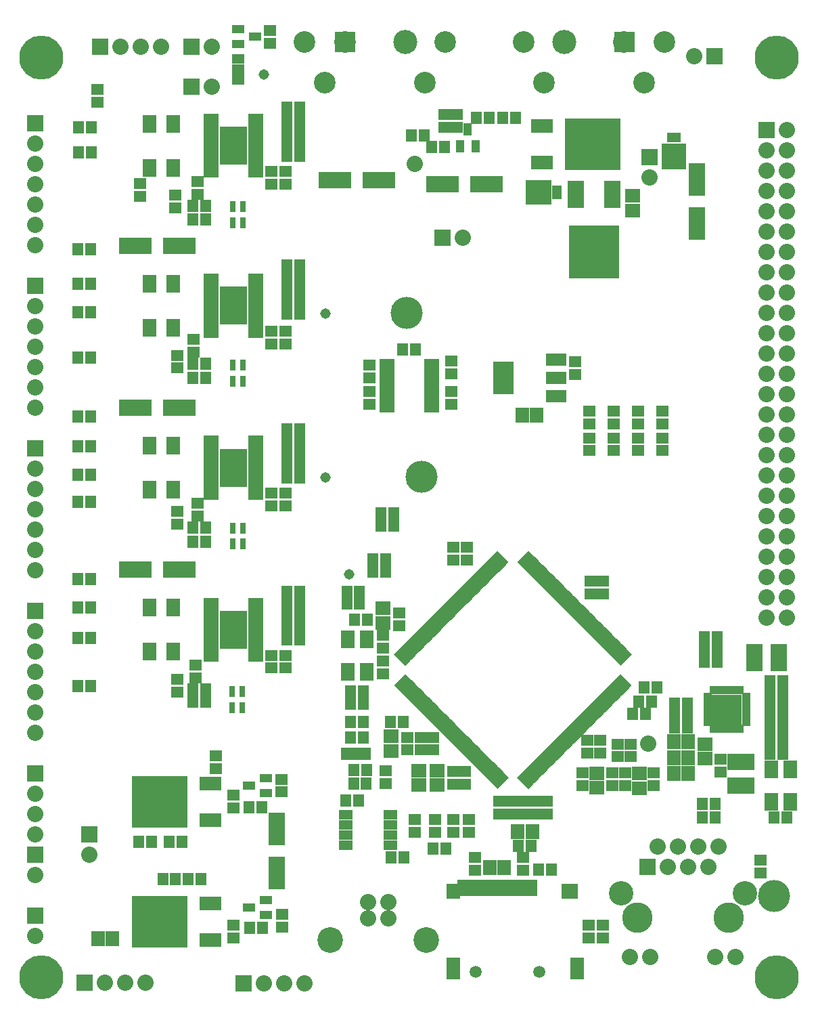
<source format=gts>
G04 (created by PCBNEW (2013-05-18 BZR 4017)-stable) date Thu 09 Jul 2015 09:51:52 BST*
%MOIN*%
G04 Gerber Fmt 3.4, Leading zero omitted, Abs format*
%FSLAX34Y34*%
G01*
G70*
G90*
G04 APERTURE LIST*
%ADD10C,0.00590551*%
%ADD11C,0.0594*%
%ADD12R,0.0672X0.1066*%
%ADD13R,0.0672X0.0751*%
%ADD14R,0.083X0.0751*%
%ADD15R,0.0476X0.083*%
%ADD16C,0.2169*%
%ADD17R,0.083X0.1381*%
%ADD18R,0.2483X0.2641*%
%ADD19R,0.0779X0.0365*%
%ADD20R,0.1381X0.1901*%
%ADD21R,0.0594X0.0436*%
%ADD22R,0.0436X0.0594*%
%ADD23R,0.1X0.164*%
%ADD24R,0.1X0.06*%
%ADD25R,0.1617X0.083*%
%ADD26R,0.083X0.1617*%
%ADD27R,0.0574X0.0594*%
%ADD28R,0.0594X0.0574*%
%ADD29R,0.0653X0.0909*%
%ADD30R,0.0653X0.0771*%
%ADD31R,0.0771X0.0653*%
%ADD32R,0.1106X0.0712*%
%ADD33R,0.2759X0.2523*%
%ADD34R,0.08X0.08*%
%ADD35C,0.08*%
%ADD36R,0.1342X0.0791*%
%ADD37R,0.0791X0.1342*%
%ADD38R,0.0987X0.0633*%
%ADD39R,0.0515X0.0633*%
%ADD40R,0.07X0.045*%
%ADD41R,0.0298X0.0436*%
%ADD42R,0.0436X0.0298*%
%ADD43R,0.1499X0.1499*%
%ADD44R,0.12X0.1251*%
%ADD45R,0.07X0.05*%
%ADD46R,0.1251X0.12*%
%ADD47R,0.05X0.07*%
%ADD48C,0.1499*%
%ADD49C,0.12*%
%ADD50R,0.0672X0.0909*%
%ADD51C,0.0515*%
%ADD52C,0.1576*%
%ADD53R,0.029X0.054*%
%ADD54R,0.0987X0.0987*%
%ADD55C,0.1184*%
%ADD56C,0.1066*%
%ADD57R,0.0633X0.0987*%
%ADD58R,0.0633X0.0515*%
%ADD59C,0.1263*%
G04 APERTURE END LIST*
G54D10*
G54D11*
X24140Y1870D03*
X27282Y1870D03*
G54D12*
X23030Y2027D03*
X29132Y2027D03*
G54D13*
X23030Y5807D03*
G54D14*
X28778Y5807D03*
G54D15*
X26947Y6004D03*
X26514Y6004D03*
X26081Y6004D03*
X25648Y6004D03*
X25215Y6004D03*
X24782Y6004D03*
X24349Y6004D03*
X23916Y6004D03*
X23483Y6004D03*
G54D16*
X2754Y1575D03*
G54D17*
X30890Y40115D03*
G54D18*
X29990Y37288D03*
G54D17*
X29090Y40115D03*
G54D19*
X13303Y34515D03*
X13303Y34771D03*
X13303Y35027D03*
X13303Y35283D03*
X11101Y33751D03*
X13303Y33747D03*
X13303Y34003D03*
X13303Y34259D03*
X11099Y35539D03*
X11099Y35283D03*
X11099Y35027D03*
X11099Y34771D03*
X11099Y34515D03*
X11099Y34259D03*
X13303Y35539D03*
X11101Y34003D03*
X13303Y33491D03*
X13303Y35795D03*
X11099Y35795D03*
X11099Y33491D03*
X13303Y33236D03*
X13303Y36050D03*
X11099Y36050D03*
X11099Y33236D03*
G54D20*
X12201Y34643D03*
G54D19*
X13302Y26542D03*
X13302Y26798D03*
X13302Y27054D03*
X13302Y27310D03*
X11100Y25778D03*
X13302Y25774D03*
X13302Y26030D03*
X13302Y26286D03*
X11098Y27566D03*
X11098Y27310D03*
X11098Y27054D03*
X11098Y26798D03*
X11098Y26542D03*
X11098Y26286D03*
X13302Y27566D03*
X11100Y26030D03*
X13302Y25518D03*
X13302Y27822D03*
X11098Y27822D03*
X11098Y25518D03*
X13302Y25263D03*
X13302Y28077D03*
X11098Y28077D03*
X11098Y25263D03*
G54D20*
X12200Y26670D03*
G54D19*
X13302Y18571D03*
X13302Y18827D03*
X13302Y19083D03*
X13302Y19339D03*
X11100Y17807D03*
X13302Y17803D03*
X13302Y18059D03*
X13302Y18315D03*
X11098Y19595D03*
X11098Y19339D03*
X11098Y19083D03*
X11098Y18827D03*
X11098Y18571D03*
X11098Y18315D03*
X13302Y19595D03*
X11100Y18059D03*
X13302Y17547D03*
X13302Y19851D03*
X11098Y19851D03*
X11098Y17547D03*
X13302Y17292D03*
X13302Y20106D03*
X11098Y20106D03*
X11098Y17292D03*
G54D20*
X12200Y18699D03*
G54D19*
X13304Y42391D03*
X13304Y42647D03*
X13304Y42903D03*
X13304Y43159D03*
X11102Y41627D03*
X13304Y41623D03*
X13304Y41879D03*
X13304Y42135D03*
X11100Y43415D03*
X11100Y43159D03*
X11100Y42903D03*
X11100Y42647D03*
X11100Y42391D03*
X11100Y42135D03*
X13304Y43415D03*
X11102Y41879D03*
X13304Y41367D03*
X13304Y43671D03*
X11100Y43671D03*
X11100Y41367D03*
X13304Y41112D03*
X13304Y43926D03*
X11100Y43926D03*
X11100Y41112D03*
G54D20*
X12202Y42519D03*
G54D19*
X19762Y30837D03*
X19762Y30581D03*
X19762Y30325D03*
X19762Y30069D03*
X21964Y31601D03*
X19762Y31605D03*
X19762Y31349D03*
X19762Y31093D03*
X21966Y29813D03*
X21966Y30069D03*
X21966Y30325D03*
X21966Y30581D03*
X21966Y30837D03*
X21966Y31093D03*
X19762Y29813D03*
X21964Y31349D03*
X19762Y31861D03*
X19762Y29557D03*
X21966Y29557D03*
X21966Y31861D03*
G54D21*
X13800Y4645D03*
X12968Y5020D03*
X13800Y5395D03*
X13800Y10649D03*
X12968Y11024D03*
X13800Y11399D03*
G54D22*
X23383Y42478D03*
X23758Y43310D03*
X24133Y42478D03*
G54D23*
X25509Y31106D03*
G54D24*
X28109Y31106D03*
X28109Y32006D03*
X28109Y30206D03*
G54D25*
X17217Y40838D03*
X19383Y40838D03*
X9546Y21654D03*
X7380Y21654D03*
X9546Y37598D03*
X7380Y37598D03*
X9546Y29626D03*
X7380Y29626D03*
G54D26*
X35029Y40855D03*
X35029Y38689D03*
G54D27*
X35411Y18307D03*
X36041Y18307D03*
X39288Y16142D03*
X38658Y16142D03*
X39288Y15551D03*
X38658Y15551D03*
X35411Y17717D03*
X36041Y17717D03*
X35411Y17126D03*
X36041Y17126D03*
X39288Y14370D03*
X38658Y14370D03*
X39288Y14961D03*
X38658Y14961D03*
X33934Y14469D03*
X34564Y14469D03*
X33934Y15059D03*
X34564Y15059D03*
X38658Y13189D03*
X39288Y13189D03*
G54D28*
X22600Y43423D03*
X22600Y44053D03*
X23200Y43423D03*
X23200Y44053D03*
X12202Y9921D03*
X12202Y10551D03*
X18896Y29803D03*
X18896Y30433D03*
G54D27*
X22665Y7938D03*
X22035Y7938D03*
X20096Y23819D03*
X19466Y23819D03*
G54D28*
X19700Y11123D03*
X19700Y11753D03*
G54D27*
X17990Y14173D03*
X18620Y14173D03*
X17990Y13386D03*
X18620Y13386D03*
X39289Y13780D03*
X38659Y13780D03*
X33934Y13878D03*
X34564Y13878D03*
G54D28*
X29722Y4154D03*
X29722Y3524D03*
X30411Y3524D03*
X30411Y4154D03*
G54D27*
X13601Y9942D03*
X12971Y9942D03*
X13640Y4016D03*
X13010Y4016D03*
G54D28*
X12222Y4154D03*
X12222Y3524D03*
X18896Y31713D03*
X18896Y31083D03*
G54D27*
X19703Y21555D03*
X19073Y21555D03*
G54D28*
X31159Y12441D03*
X31159Y13071D03*
G54D27*
X18423Y19980D03*
X17793Y19980D03*
X38856Y9449D03*
X39486Y9449D03*
X39289Y12598D03*
X38659Y12598D03*
X35313Y10138D03*
X35943Y10138D03*
X35313Y9449D03*
X35943Y9449D03*
X19703Y22146D03*
X19073Y22146D03*
X20096Y24409D03*
X19466Y24409D03*
G54D28*
X31789Y12441D03*
X31789Y13071D03*
G54D27*
X18423Y20571D03*
X17793Y20571D03*
G54D28*
X9447Y31575D03*
X9447Y32205D03*
G54D27*
X15470Y35433D03*
X14840Y35433D03*
X14841Y34839D03*
X15471Y34839D03*
X18620Y15650D03*
X17990Y15650D03*
X14840Y34252D03*
X15470Y34252D03*
G54D28*
X14762Y33382D03*
X14762Y32752D03*
G54D27*
X14840Y36024D03*
X15470Y36024D03*
G54D28*
X14073Y32752D03*
X14073Y33382D03*
X9447Y15630D03*
X9447Y16260D03*
G54D27*
X15470Y19390D03*
X14840Y19390D03*
X14839Y18796D03*
X15469Y18796D03*
G54D28*
X21159Y9370D03*
X21159Y8740D03*
G54D27*
X14840Y18209D03*
X15470Y18209D03*
G54D28*
X14760Y17438D03*
X14760Y16808D03*
G54D27*
X14840Y19980D03*
X15470Y19980D03*
G54D28*
X14071Y16808D03*
X14071Y17438D03*
X9348Y39449D03*
X9348Y40079D03*
G54D27*
X15470Y43209D03*
X14840Y43209D03*
X14842Y42617D03*
X15472Y42617D03*
X14840Y42028D03*
X15470Y42028D03*
G54D28*
X14763Y41258D03*
X14763Y40628D03*
G54D27*
X14840Y43799D03*
X15470Y43799D03*
G54D28*
X14074Y40628D03*
X14074Y41258D03*
X9447Y23898D03*
X9447Y24528D03*
G54D27*
X15470Y27362D03*
X14840Y27362D03*
X14840Y26768D03*
X15470Y26768D03*
X14840Y26181D03*
X15470Y26181D03*
G54D28*
X14761Y25410D03*
X14761Y24780D03*
G54D27*
X14840Y27953D03*
X15470Y27953D03*
G54D28*
X14072Y24780D03*
X14072Y25410D03*
X22144Y9370D03*
X22144Y8740D03*
G54D29*
X9250Y41437D03*
X8068Y41437D03*
G54D30*
X33895Y12402D03*
X34603Y12402D03*
X33895Y13189D03*
X34603Y13189D03*
G54D27*
X18135Y11138D03*
X18750Y11138D03*
G54D31*
X35431Y13052D03*
X35431Y12344D03*
G54D30*
X26435Y29248D03*
X27143Y29248D03*
G54D29*
X9250Y25591D03*
X8068Y25591D03*
X9250Y27756D03*
X8068Y27756D03*
X9250Y43602D03*
X8068Y43602D03*
X9250Y33563D03*
X8068Y33563D03*
X9250Y17618D03*
X8068Y17618D03*
X9250Y35728D03*
X8068Y35728D03*
X9250Y19783D03*
X8068Y19783D03*
G54D28*
X22932Y31279D03*
X22932Y31909D03*
G54D32*
X11063Y3431D03*
G54D33*
X8563Y4331D03*
G54D32*
X11063Y5231D03*
X11061Y9336D03*
G54D33*
X8561Y10236D03*
G54D32*
X11061Y11136D03*
X27400Y43488D03*
G54D33*
X29900Y42588D03*
G54D32*
X27400Y41688D03*
G54D27*
X8187Y8268D03*
X7557Y8268D03*
X9985Y6438D03*
X10615Y6438D03*
X24821Y43898D03*
X24191Y43898D03*
X8735Y6438D03*
X9350Y6438D03*
X9663Y8268D03*
X9048Y8268D03*
X26100Y43898D03*
X25485Y43898D03*
G54D34*
X2429Y43625D03*
G54D35*
X2429Y42625D03*
X2429Y41625D03*
X2429Y40625D03*
X2429Y39625D03*
X2429Y38625D03*
X2429Y37625D03*
G54D34*
X2429Y35625D03*
G54D35*
X2429Y34625D03*
X2429Y33625D03*
X2429Y32625D03*
X2429Y31625D03*
X2429Y30625D03*
X2429Y29625D03*
G54D34*
X2429Y27625D03*
G54D35*
X2429Y26625D03*
X2429Y25625D03*
X2429Y24625D03*
X2429Y23625D03*
X2429Y22625D03*
X2429Y21625D03*
G54D34*
X2429Y19625D03*
G54D35*
X2429Y18625D03*
X2429Y17625D03*
X2429Y16625D03*
X2429Y15625D03*
X2429Y14625D03*
X2429Y13625D03*
G54D34*
X35911Y46929D03*
G54D35*
X34911Y46929D03*
G54D28*
X22932Y30432D03*
X22932Y29802D03*
X36218Y12323D03*
X36218Y11693D03*
G54D36*
X37203Y12205D03*
X37203Y11023D03*
G54D37*
X37891Y17323D03*
X39073Y17323D03*
G54D30*
X34604Y11614D03*
X33896Y11614D03*
G54D27*
X10844Y31791D03*
X10214Y31791D03*
X10844Y39567D03*
X10214Y39567D03*
X10844Y15748D03*
X10214Y15748D03*
X10844Y23720D03*
X10214Y23720D03*
X10214Y31102D03*
X10829Y31102D03*
X10214Y38878D03*
X10829Y38878D03*
X10214Y15157D03*
X10829Y15157D03*
X10214Y23031D03*
X10829Y23031D03*
X14840Y28543D03*
X15470Y28543D03*
X14840Y44390D03*
X15470Y44390D03*
X14840Y36614D03*
X15470Y36614D03*
X14840Y20571D03*
X15470Y20571D03*
G54D30*
X25549Y6988D03*
X24841Y6988D03*
G54D38*
X18000Y12588D03*
G54D39*
X18748Y12588D03*
G54D28*
X32911Y11024D03*
X32911Y11654D03*
X30864Y11024D03*
X30864Y11654D03*
G54D27*
X18187Y19193D03*
X18817Y19193D03*
G54D28*
X27655Y10256D03*
X27655Y9626D03*
G54D27*
X26258Y8071D03*
X26888Y8071D03*
G54D28*
X20766Y13406D03*
X20766Y12776D03*
G54D10*
G36*
X25553Y21812D02*
X24994Y22372D01*
X25213Y22591D01*
X25773Y22032D01*
X25553Y21812D01*
X25553Y21812D01*
G37*
G36*
X25414Y21673D02*
X24855Y22232D01*
X25074Y22452D01*
X25633Y21892D01*
X25414Y21673D01*
X25414Y21673D01*
G37*
G36*
X25275Y21534D02*
X24715Y22093D01*
X24935Y22312D01*
X25494Y21753D01*
X25275Y21534D01*
X25275Y21534D01*
G37*
G36*
X25135Y21395D02*
X24576Y21954D01*
X24795Y22173D01*
X25355Y21614D01*
X25135Y21395D01*
X25135Y21395D01*
G37*
G36*
X24996Y21255D02*
X24437Y21815D01*
X24656Y22034D01*
X25215Y21474D01*
X24996Y21255D01*
X24996Y21255D01*
G37*
G36*
X24858Y21117D02*
X24298Y21676D01*
X24517Y21895D01*
X25077Y21336D01*
X24858Y21117D01*
X24858Y21117D01*
G37*
G36*
X24718Y20977D02*
X24159Y21537D01*
X24378Y21756D01*
X24937Y21197D01*
X24718Y20977D01*
X24718Y20977D01*
G37*
G36*
X24579Y20838D02*
X24020Y21397D01*
X24239Y21617D01*
X24798Y21057D01*
X24579Y20838D01*
X24579Y20838D01*
G37*
G36*
X24440Y20699D02*
X23880Y21258D01*
X24100Y21477D01*
X24659Y20918D01*
X24440Y20699D01*
X24440Y20699D01*
G37*
G36*
X24300Y20559D02*
X23741Y21119D01*
X23960Y21338D01*
X24520Y20779D01*
X24300Y20559D01*
X24300Y20559D01*
G37*
G36*
X24161Y20420D02*
X23602Y20979D01*
X23821Y21199D01*
X24380Y20639D01*
X24161Y20420D01*
X24161Y20420D01*
G37*
G36*
X24022Y20282D02*
X23463Y20841D01*
X23682Y21060D01*
X24242Y20501D01*
X24022Y20282D01*
X24022Y20282D01*
G37*
G36*
X23883Y20142D02*
X23324Y20702D01*
X23543Y20921D01*
X24102Y20361D01*
X23883Y20142D01*
X23883Y20142D01*
G37*
G36*
X23744Y20003D02*
X23185Y20562D01*
X23404Y20781D01*
X23963Y20222D01*
X23744Y20003D01*
X23744Y20003D01*
G37*
G36*
X23605Y19864D02*
X23045Y20423D01*
X23264Y20642D01*
X23824Y20083D01*
X23605Y19864D01*
X23605Y19864D01*
G37*
G36*
X23465Y19724D02*
X22906Y20284D01*
X23125Y20503D01*
X23684Y19944D01*
X23465Y19724D01*
X23465Y19724D01*
G37*
G36*
X23326Y19585D02*
X22767Y20144D01*
X22986Y20364D01*
X23545Y19804D01*
X23326Y19585D01*
X23326Y19585D01*
G37*
G36*
X23187Y19446D02*
X22627Y20005D01*
X22847Y20224D01*
X23406Y19665D01*
X23187Y19446D01*
X23187Y19446D01*
G37*
G36*
X23048Y19307D02*
X22489Y19866D01*
X22708Y20086D01*
X23267Y19526D01*
X23048Y19307D01*
X23048Y19307D01*
G37*
G36*
X22909Y19168D02*
X22349Y19727D01*
X22569Y19946D01*
X23128Y19387D01*
X22909Y19168D01*
X22909Y19168D01*
G37*
G36*
X22769Y19029D02*
X22210Y19588D01*
X22429Y19807D01*
X22989Y19248D01*
X22769Y19029D01*
X22769Y19029D01*
G37*
G36*
X22630Y18889D02*
X22071Y19449D01*
X22290Y19668D01*
X22849Y19108D01*
X22630Y18889D01*
X22630Y18889D01*
G37*
G36*
X22491Y18750D02*
X21932Y19309D01*
X22151Y19528D01*
X22710Y18969D01*
X22491Y18750D01*
X22491Y18750D01*
G37*
G36*
X22352Y18611D02*
X21792Y19170D01*
X22011Y19389D01*
X22571Y18830D01*
X22352Y18611D01*
X22352Y18611D01*
G37*
G36*
X22212Y18471D02*
X21653Y19031D01*
X21872Y19250D01*
X22431Y18691D01*
X22212Y18471D01*
X22212Y18471D01*
G37*
G36*
X22074Y18333D02*
X21514Y18892D01*
X21734Y19111D01*
X22293Y18552D01*
X22074Y18333D01*
X22074Y18333D01*
G37*
G36*
X21934Y18193D02*
X21375Y18753D01*
X21594Y18972D01*
X22154Y18413D01*
X21934Y18193D01*
X21934Y18193D01*
G37*
G36*
X21795Y18054D02*
X21236Y18613D01*
X21455Y18833D01*
X22014Y18273D01*
X21795Y18054D01*
X21795Y18054D01*
G37*
G36*
X21656Y17915D02*
X21096Y18474D01*
X21316Y18693D01*
X21875Y18134D01*
X21656Y17915D01*
X21656Y17915D01*
G37*
G36*
X21516Y17776D02*
X20957Y18335D01*
X21176Y18554D01*
X21736Y17995D01*
X21516Y17776D01*
X21516Y17776D01*
G37*
G36*
X21377Y17636D02*
X20818Y18196D01*
X21037Y18415D01*
X21596Y17855D01*
X21377Y17636D01*
X21377Y17636D01*
G37*
G36*
X21239Y17498D02*
X20679Y18057D01*
X20898Y18276D01*
X21458Y17717D01*
X21239Y17498D01*
X21239Y17498D01*
G37*
G36*
X21099Y17358D02*
X20540Y17918D01*
X20759Y18137D01*
X21318Y17578D01*
X21099Y17358D01*
X21099Y17358D01*
G37*
G36*
X20960Y17219D02*
X20401Y17778D01*
X20620Y17998D01*
X21179Y17438D01*
X20960Y17219D01*
X20960Y17219D01*
G37*
G36*
X20821Y17080D02*
X20261Y17639D01*
X20481Y17858D01*
X21040Y17299D01*
X20821Y17080D01*
X20821Y17080D01*
G37*
G36*
X20681Y16940D02*
X20122Y17500D01*
X20341Y17719D01*
X20901Y17160D01*
X20681Y16940D01*
X20681Y16940D01*
G37*
G36*
X26750Y10872D02*
X26190Y11431D01*
X26410Y11651D01*
X26969Y11091D01*
X26750Y10872D01*
X26750Y10872D01*
G37*
G36*
X26889Y11011D02*
X26330Y11571D01*
X26549Y11790D01*
X27108Y11231D01*
X26889Y11011D01*
X26889Y11011D01*
G37*
G36*
X27028Y11151D02*
X26469Y11710D01*
X26688Y11929D01*
X27248Y11370D01*
X27028Y11151D01*
X27028Y11151D01*
G37*
G36*
X27168Y11290D02*
X26608Y11849D01*
X26828Y12068D01*
X27387Y11509D01*
X27168Y11290D01*
X27168Y11290D01*
G37*
G36*
X27307Y11429D02*
X26748Y11989D01*
X26967Y12208D01*
X27526Y11648D01*
X27307Y11429D01*
X27307Y11429D01*
G37*
G36*
X27446Y11568D02*
X26886Y12127D01*
X27105Y12346D01*
X27665Y11787D01*
X27446Y11568D01*
X27446Y11568D01*
G37*
G36*
X27585Y11707D02*
X27026Y12266D01*
X27245Y12486D01*
X27804Y11926D01*
X27585Y11707D01*
X27585Y11707D01*
G37*
G36*
X27724Y11846D02*
X27165Y12406D01*
X27384Y12625D01*
X27943Y12066D01*
X27724Y11846D01*
X27724Y11846D01*
G37*
G36*
X27863Y11986D02*
X27304Y12545D01*
X27523Y12764D01*
X28083Y12205D01*
X27863Y11986D01*
X27863Y11986D01*
G37*
G36*
X28003Y12125D02*
X27443Y12684D01*
X27663Y12904D01*
X28222Y12344D01*
X28003Y12125D01*
X28003Y12125D01*
G37*
G36*
X28142Y12264D02*
X27583Y12824D01*
X27802Y13043D01*
X28361Y12484D01*
X28142Y12264D01*
X28142Y12264D01*
G37*
G36*
X28281Y12403D02*
X27721Y12962D01*
X27941Y13181D01*
X28500Y12622D01*
X28281Y12403D01*
X28281Y12403D01*
G37*
G36*
X28420Y12542D02*
X27861Y13102D01*
X28080Y13321D01*
X28639Y12761D01*
X28420Y12542D01*
X28420Y12542D01*
G37*
G36*
X28559Y12682D02*
X28000Y13241D01*
X28219Y13460D01*
X28778Y12901D01*
X28559Y12682D01*
X28559Y12682D01*
G37*
G36*
X28699Y12821D02*
X28139Y13380D01*
X28358Y13599D01*
X28918Y13040D01*
X28699Y12821D01*
X28699Y12821D01*
G37*
G36*
X28838Y12960D02*
X28279Y13519D01*
X28498Y13739D01*
X29057Y13179D01*
X28838Y12960D01*
X28838Y12960D01*
G37*
G36*
X28977Y13099D02*
X28418Y13659D01*
X28637Y13878D01*
X29196Y13319D01*
X28977Y13099D01*
X28977Y13099D01*
G37*
G36*
X29116Y13239D02*
X28557Y13798D01*
X28776Y14017D01*
X29336Y13458D01*
X29116Y13239D01*
X29116Y13239D01*
G37*
G36*
X29255Y13377D02*
X28696Y13937D01*
X28915Y14156D01*
X29474Y13597D01*
X29255Y13377D01*
X29255Y13377D01*
G37*
G36*
X29394Y13517D02*
X28835Y14076D01*
X29054Y14295D01*
X29614Y13736D01*
X29394Y13517D01*
X29394Y13517D01*
G37*
G36*
X29534Y13656D02*
X28974Y14215D01*
X29194Y14434D01*
X29753Y13875D01*
X29534Y13656D01*
X29534Y13656D01*
G37*
G36*
X29673Y13795D02*
X29114Y14355D01*
X29333Y14574D01*
X29892Y14014D01*
X29673Y13795D01*
X29673Y13795D01*
G37*
G36*
X29812Y13935D02*
X29253Y14494D01*
X29472Y14713D01*
X30031Y14154D01*
X29812Y13935D01*
X29812Y13935D01*
G37*
G36*
X29952Y14074D02*
X29392Y14633D01*
X29611Y14852D01*
X30171Y14293D01*
X29952Y14074D01*
X29952Y14074D01*
G37*
G36*
X30091Y14213D02*
X29532Y14772D01*
X29751Y14992D01*
X30310Y14432D01*
X30091Y14213D01*
X30091Y14213D01*
G37*
G36*
X30229Y14352D02*
X29670Y14911D01*
X29889Y15130D01*
X30449Y14571D01*
X30229Y14352D01*
X30229Y14352D01*
G37*
G36*
X30369Y14491D02*
X29809Y15050D01*
X30029Y15270D01*
X30588Y14710D01*
X30369Y14491D01*
X30369Y14491D01*
G37*
G36*
X30508Y14630D02*
X29949Y15190D01*
X30168Y15409D01*
X30727Y14850D01*
X30508Y14630D01*
X30508Y14630D01*
G37*
G36*
X30647Y14770D02*
X30088Y15329D01*
X30307Y15548D01*
X30867Y14989D01*
X30647Y14770D01*
X30647Y14770D01*
G37*
G36*
X30787Y14909D02*
X30227Y15468D01*
X30447Y15687D01*
X31006Y15128D01*
X30787Y14909D01*
X30787Y14909D01*
G37*
G36*
X30926Y15048D02*
X30367Y15608D01*
X30586Y15827D01*
X31145Y15267D01*
X30926Y15048D01*
X30926Y15048D01*
G37*
G36*
X31065Y15187D02*
X30505Y15746D01*
X30724Y15965D01*
X31284Y15406D01*
X31065Y15187D01*
X31065Y15187D01*
G37*
G36*
X31204Y15326D02*
X30645Y15885D01*
X30864Y16105D01*
X31423Y15545D01*
X31204Y15326D01*
X31204Y15326D01*
G37*
G36*
X31343Y15465D02*
X30784Y16025D01*
X31003Y16244D01*
X31562Y15685D01*
X31343Y15465D01*
X31343Y15465D01*
G37*
G36*
X31482Y15605D02*
X30923Y16164D01*
X31142Y16383D01*
X31702Y15824D01*
X31482Y15605D01*
X31482Y15605D01*
G37*
G36*
X31622Y15744D02*
X31062Y16303D01*
X31282Y16523D01*
X31841Y15963D01*
X31622Y15744D01*
X31622Y15744D01*
G37*
G36*
X20341Y15744D02*
X20122Y15963D01*
X20681Y16523D01*
X20901Y16303D01*
X20341Y15744D01*
X20341Y15744D01*
G37*
G36*
X20481Y15605D02*
X20261Y15824D01*
X20821Y16383D01*
X21040Y16164D01*
X20481Y15605D01*
X20481Y15605D01*
G37*
G36*
X20620Y15465D02*
X20401Y15685D01*
X20960Y16244D01*
X21179Y16025D01*
X20620Y15465D01*
X20620Y15465D01*
G37*
G36*
X20759Y15326D02*
X20540Y15545D01*
X21099Y16105D01*
X21318Y15885D01*
X20759Y15326D01*
X20759Y15326D01*
G37*
G36*
X20898Y15187D02*
X20679Y15406D01*
X21239Y15965D01*
X21458Y15746D01*
X20898Y15187D01*
X20898Y15187D01*
G37*
G36*
X21037Y15048D02*
X20818Y15267D01*
X21377Y15827D01*
X21596Y15608D01*
X21037Y15048D01*
X21037Y15048D01*
G37*
G36*
X21176Y14909D02*
X20957Y15128D01*
X21516Y15687D01*
X21736Y15468D01*
X21176Y14909D01*
X21176Y14909D01*
G37*
G36*
X21316Y14770D02*
X21096Y14989D01*
X21656Y15548D01*
X21875Y15329D01*
X21316Y14770D01*
X21316Y14770D01*
G37*
G36*
X21455Y14630D02*
X21236Y14850D01*
X21795Y15409D01*
X22014Y15190D01*
X21455Y14630D01*
X21455Y14630D01*
G37*
G36*
X21594Y14491D02*
X21375Y14710D01*
X21934Y15270D01*
X22154Y15050D01*
X21594Y14491D01*
X21594Y14491D01*
G37*
G36*
X21734Y14352D02*
X21514Y14571D01*
X22074Y15130D01*
X22293Y14911D01*
X21734Y14352D01*
X21734Y14352D01*
G37*
G36*
X21872Y14213D02*
X21653Y14432D01*
X22212Y14992D01*
X22431Y14772D01*
X21872Y14213D01*
X21872Y14213D01*
G37*
G36*
X22011Y14074D02*
X21792Y14293D01*
X22352Y14852D01*
X22571Y14633D01*
X22011Y14074D01*
X22011Y14074D01*
G37*
G36*
X22151Y13935D02*
X21932Y14154D01*
X22491Y14713D01*
X22710Y14494D01*
X22151Y13935D01*
X22151Y13935D01*
G37*
G36*
X22290Y13795D02*
X22071Y14014D01*
X22630Y14574D01*
X22849Y14355D01*
X22290Y13795D01*
X22290Y13795D01*
G37*
G36*
X22429Y13656D02*
X22210Y13875D01*
X22769Y14434D01*
X22989Y14215D01*
X22429Y13656D01*
X22429Y13656D01*
G37*
G36*
X22569Y13517D02*
X22349Y13736D01*
X22909Y14295D01*
X23128Y14076D01*
X22569Y13517D01*
X22569Y13517D01*
G37*
G36*
X22708Y13377D02*
X22489Y13597D01*
X23048Y14156D01*
X23267Y13937D01*
X22708Y13377D01*
X22708Y13377D01*
G37*
G36*
X22847Y13239D02*
X22627Y13458D01*
X23187Y14017D01*
X23406Y13798D01*
X22847Y13239D01*
X22847Y13239D01*
G37*
G36*
X22986Y13099D02*
X22767Y13319D01*
X23326Y13878D01*
X23545Y13659D01*
X22986Y13099D01*
X22986Y13099D01*
G37*
G36*
X23125Y12960D02*
X22906Y13179D01*
X23465Y13739D01*
X23684Y13519D01*
X23125Y12960D01*
X23125Y12960D01*
G37*
G36*
X23264Y12821D02*
X23045Y13040D01*
X23605Y13599D01*
X23824Y13380D01*
X23264Y12821D01*
X23264Y12821D01*
G37*
G36*
X23404Y12682D02*
X23185Y12901D01*
X23744Y13460D01*
X23963Y13241D01*
X23404Y12682D01*
X23404Y12682D01*
G37*
G36*
X23543Y12542D02*
X23324Y12761D01*
X23883Y13321D01*
X24102Y13102D01*
X23543Y12542D01*
X23543Y12542D01*
G37*
G36*
X23682Y12403D02*
X23463Y12622D01*
X24022Y13181D01*
X24242Y12962D01*
X23682Y12403D01*
X23682Y12403D01*
G37*
G36*
X23821Y12264D02*
X23602Y12484D01*
X24161Y13043D01*
X24380Y12824D01*
X23821Y12264D01*
X23821Y12264D01*
G37*
G36*
X23960Y12125D02*
X23741Y12344D01*
X24300Y12904D01*
X24520Y12684D01*
X23960Y12125D01*
X23960Y12125D01*
G37*
G36*
X24100Y11986D02*
X23880Y12205D01*
X24440Y12764D01*
X24659Y12545D01*
X24100Y11986D01*
X24100Y11986D01*
G37*
G36*
X24239Y11846D02*
X24020Y12066D01*
X24579Y12625D01*
X24798Y12406D01*
X24239Y11846D01*
X24239Y11846D01*
G37*
G36*
X24378Y11707D02*
X24159Y11926D01*
X24718Y12486D01*
X24937Y12266D01*
X24378Y11707D01*
X24378Y11707D01*
G37*
G36*
X24517Y11568D02*
X24298Y11787D01*
X24858Y12346D01*
X25077Y12127D01*
X24517Y11568D01*
X24517Y11568D01*
G37*
G36*
X24656Y11429D02*
X24437Y11648D01*
X24996Y12208D01*
X25215Y11989D01*
X24656Y11429D01*
X24656Y11429D01*
G37*
G36*
X24795Y11290D02*
X24576Y11509D01*
X25135Y12068D01*
X25355Y11849D01*
X24795Y11290D01*
X24795Y11290D01*
G37*
G36*
X24935Y11151D02*
X24715Y11370D01*
X25275Y11929D01*
X25494Y11710D01*
X24935Y11151D01*
X24935Y11151D01*
G37*
G36*
X25074Y11011D02*
X24855Y11231D01*
X25414Y11790D01*
X25633Y11571D01*
X25074Y11011D01*
X25074Y11011D01*
G37*
G36*
X25213Y10872D02*
X24994Y11091D01*
X25553Y11651D01*
X25773Y11431D01*
X25213Y10872D01*
X25213Y10872D01*
G37*
G36*
X31282Y16940D02*
X31062Y17160D01*
X31622Y17719D01*
X31841Y17500D01*
X31282Y16940D01*
X31282Y16940D01*
G37*
G36*
X31142Y17080D02*
X30923Y17299D01*
X31482Y17858D01*
X31702Y17639D01*
X31142Y17080D01*
X31142Y17080D01*
G37*
G36*
X31003Y17219D02*
X30784Y17438D01*
X31343Y17998D01*
X31562Y17778D01*
X31003Y17219D01*
X31003Y17219D01*
G37*
G36*
X30864Y17358D02*
X30645Y17578D01*
X31204Y18137D01*
X31423Y17918D01*
X30864Y17358D01*
X30864Y17358D01*
G37*
G36*
X30724Y17498D02*
X30505Y17717D01*
X31065Y18276D01*
X31284Y18057D01*
X30724Y17498D01*
X30724Y17498D01*
G37*
G36*
X30586Y17636D02*
X30367Y17855D01*
X30926Y18415D01*
X31145Y18196D01*
X30586Y17636D01*
X30586Y17636D01*
G37*
G36*
X30447Y17776D02*
X30227Y17995D01*
X30787Y18554D01*
X31006Y18335D01*
X30447Y17776D01*
X30447Y17776D01*
G37*
G36*
X30307Y17915D02*
X30088Y18134D01*
X30647Y18693D01*
X30867Y18474D01*
X30307Y17915D01*
X30307Y17915D01*
G37*
G36*
X30168Y18054D02*
X29949Y18273D01*
X30508Y18833D01*
X30727Y18613D01*
X30168Y18054D01*
X30168Y18054D01*
G37*
G36*
X30029Y18193D02*
X29809Y18413D01*
X30369Y18972D01*
X30588Y18753D01*
X30029Y18193D01*
X30029Y18193D01*
G37*
G36*
X29889Y18333D02*
X29670Y18552D01*
X30229Y19111D01*
X30449Y18892D01*
X29889Y18333D01*
X29889Y18333D01*
G37*
G36*
X29751Y18471D02*
X29532Y18691D01*
X30091Y19250D01*
X30310Y19031D01*
X29751Y18471D01*
X29751Y18471D01*
G37*
G36*
X29611Y18611D02*
X29392Y18830D01*
X29952Y19389D01*
X30171Y19170D01*
X29611Y18611D01*
X29611Y18611D01*
G37*
G36*
X29472Y18750D02*
X29253Y18969D01*
X29812Y19528D01*
X30031Y19309D01*
X29472Y18750D01*
X29472Y18750D01*
G37*
G36*
X29333Y18889D02*
X29114Y19108D01*
X29673Y19668D01*
X29892Y19449D01*
X29333Y18889D01*
X29333Y18889D01*
G37*
G36*
X29194Y19029D02*
X28974Y19248D01*
X29534Y19807D01*
X29753Y19588D01*
X29194Y19029D01*
X29194Y19029D01*
G37*
G36*
X29054Y19168D02*
X28835Y19387D01*
X29394Y19946D01*
X29614Y19727D01*
X29054Y19168D01*
X29054Y19168D01*
G37*
G36*
X28915Y19307D02*
X28696Y19526D01*
X29255Y20086D01*
X29474Y19866D01*
X28915Y19307D01*
X28915Y19307D01*
G37*
G36*
X28776Y19446D02*
X28557Y19665D01*
X29116Y20224D01*
X29336Y20005D01*
X28776Y19446D01*
X28776Y19446D01*
G37*
G36*
X28637Y19585D02*
X28418Y19804D01*
X28977Y20364D01*
X29196Y20144D01*
X28637Y19585D01*
X28637Y19585D01*
G37*
G36*
X28498Y19724D02*
X28279Y19944D01*
X28838Y20503D01*
X29057Y20284D01*
X28498Y19724D01*
X28498Y19724D01*
G37*
G36*
X28358Y19864D02*
X28139Y20083D01*
X28699Y20642D01*
X28918Y20423D01*
X28358Y19864D01*
X28358Y19864D01*
G37*
G36*
X28219Y20003D02*
X28000Y20222D01*
X28559Y20781D01*
X28778Y20562D01*
X28219Y20003D01*
X28219Y20003D01*
G37*
G36*
X28080Y20142D02*
X27861Y20361D01*
X28420Y20921D01*
X28639Y20702D01*
X28080Y20142D01*
X28080Y20142D01*
G37*
G36*
X27941Y20282D02*
X27721Y20501D01*
X28281Y21060D01*
X28500Y20841D01*
X27941Y20282D01*
X27941Y20282D01*
G37*
G36*
X27802Y20420D02*
X27583Y20639D01*
X28142Y21199D01*
X28361Y20979D01*
X27802Y20420D01*
X27802Y20420D01*
G37*
G36*
X27663Y20559D02*
X27443Y20779D01*
X28003Y21338D01*
X28222Y21119D01*
X27663Y20559D01*
X27663Y20559D01*
G37*
G36*
X27523Y20699D02*
X27304Y20918D01*
X27863Y21477D01*
X28083Y21258D01*
X27523Y20699D01*
X27523Y20699D01*
G37*
G36*
X27384Y20838D02*
X27165Y21057D01*
X27724Y21617D01*
X27943Y21397D01*
X27384Y20838D01*
X27384Y20838D01*
G37*
G36*
X27245Y20977D02*
X27026Y21197D01*
X27585Y21756D01*
X27804Y21537D01*
X27245Y20977D01*
X27245Y20977D01*
G37*
G36*
X27105Y21117D02*
X26886Y21336D01*
X27446Y21895D01*
X27665Y21676D01*
X27105Y21117D01*
X27105Y21117D01*
G37*
G36*
X26967Y21255D02*
X26748Y21474D01*
X27307Y22034D01*
X27526Y21815D01*
X26967Y21255D01*
X26967Y21255D01*
G37*
G36*
X26828Y21395D02*
X26608Y21614D01*
X27168Y22173D01*
X27387Y21954D01*
X26828Y21395D01*
X26828Y21395D01*
G37*
G36*
X26688Y21534D02*
X26469Y21753D01*
X27028Y22312D01*
X27248Y22093D01*
X26688Y21534D01*
X26688Y21534D01*
G37*
G36*
X26549Y21673D02*
X26330Y21892D01*
X26889Y22452D01*
X27108Y22232D01*
X26549Y21673D01*
X26549Y21673D01*
G37*
G36*
X26410Y21812D02*
X26190Y22032D01*
X26750Y22591D01*
X26969Y22372D01*
X26410Y21812D01*
X26410Y21812D01*
G37*
G54D31*
X21356Y11771D03*
X21356Y11063D03*
X19585Y19036D03*
X19585Y19744D03*
G54D30*
X26219Y8760D03*
X26927Y8760D03*
G54D31*
X19978Y13445D03*
X19978Y12737D03*
X30116Y11634D03*
X30116Y10926D03*
X32222Y11614D03*
X32222Y10906D03*
G54D27*
X31868Y14567D03*
X32498Y14567D03*
X18765Y11788D03*
X18135Y11788D03*
G54D28*
X19585Y17795D03*
X19585Y18425D03*
X19585Y17146D03*
X19585Y16516D03*
X23620Y11732D03*
X23620Y11102D03*
G54D27*
X32163Y15157D03*
X32793Y15157D03*
G54D28*
X29821Y20453D03*
X29821Y21083D03*
X30411Y20453D03*
X30411Y21083D03*
X21455Y13406D03*
X21455Y12776D03*
X23029Y11732D03*
X23029Y11102D03*
X22045Y13406D03*
X22045Y12776D03*
X20372Y18878D03*
X20372Y19508D03*
X23029Y22126D03*
X23029Y22756D03*
G54D27*
X18620Y15059D03*
X17990Y15059D03*
G54D28*
X27065Y10256D03*
X27065Y9626D03*
X23029Y9370D03*
X23029Y8740D03*
X25884Y10256D03*
X25884Y9626D03*
X23718Y22126D03*
X23718Y22756D03*
G54D27*
X20588Y14173D03*
X19958Y14173D03*
G54D28*
X26474Y9626D03*
X26474Y10256D03*
G54D31*
X22242Y11771D03*
X22242Y11063D03*
G54D27*
X20550Y32480D03*
X21180Y32480D03*
G54D34*
X38474Y43299D03*
G54D35*
X39474Y43299D03*
X38474Y38299D03*
X39474Y42299D03*
X38474Y37299D03*
X39474Y41299D03*
X38474Y36299D03*
X39474Y40299D03*
X38474Y35299D03*
X39474Y39299D03*
X38474Y34299D03*
X39474Y38299D03*
X38474Y33299D03*
X39474Y37299D03*
X38474Y32299D03*
X39474Y36299D03*
X38474Y31299D03*
X39474Y35299D03*
X38474Y30299D03*
X39474Y34299D03*
X38474Y29299D03*
X39474Y33299D03*
X38474Y28299D03*
X39474Y32299D03*
X39474Y31299D03*
X38474Y27299D03*
X39474Y30299D03*
X39474Y28299D03*
X39474Y27299D03*
X39474Y26299D03*
X39474Y25299D03*
X38474Y26299D03*
X38474Y25299D03*
X38474Y42299D03*
X38474Y41299D03*
X38474Y40299D03*
X38474Y39299D03*
X38474Y24299D03*
X39474Y24299D03*
X39474Y29299D03*
X38474Y23299D03*
X39474Y23299D03*
X38474Y22299D03*
X39474Y22299D03*
X38474Y21299D03*
X39474Y21299D03*
X38474Y20299D03*
X39474Y20299D03*
X38474Y19299D03*
X39474Y19299D03*
G54D40*
X19950Y8088D03*
X19950Y8588D03*
X19950Y9088D03*
X19950Y9588D03*
X17750Y9588D03*
X17750Y9088D03*
X17750Y8588D03*
X17750Y8088D03*
G54D27*
X20615Y7488D03*
X19985Y7488D03*
X17735Y10288D03*
X18365Y10288D03*
G54D28*
X14000Y48203D03*
X14000Y47573D03*
G54D41*
X35826Y13820D03*
X36023Y13820D03*
X36220Y13820D03*
X36417Y13820D03*
X36613Y13820D03*
X36810Y13820D03*
X37007Y13820D03*
X37204Y13820D03*
G54D42*
X37460Y14862D03*
X37460Y15058D03*
X37460Y15255D03*
X37460Y15452D03*
G54D43*
X36514Y14764D03*
G54D42*
X37460Y14075D03*
X37460Y14272D03*
X37460Y14469D03*
X37460Y14665D03*
G54D41*
X37202Y15708D03*
X37005Y15709D03*
X36809Y15709D03*
X36612Y15709D03*
X36415Y15709D03*
X36218Y15709D03*
X36021Y15709D03*
X35824Y15709D03*
G54D42*
X35569Y15453D03*
X35569Y15256D03*
X35569Y15059D03*
X35569Y14863D03*
X35569Y14666D03*
X35569Y14469D03*
X35569Y14272D03*
X35569Y14075D03*
G54D27*
X5165Y29188D03*
X4535Y29188D03*
G54D44*
X33896Y41988D03*
G54D45*
X33896Y42914D03*
G54D46*
X27230Y40228D03*
G54D47*
X28156Y40228D03*
G54D28*
X10234Y32362D03*
X10234Y32992D03*
X10431Y40138D03*
X10431Y40768D03*
X10333Y16319D03*
X10333Y16949D03*
X10431Y24291D03*
X10431Y24921D03*
G54D48*
X32098Y4528D03*
X36598Y4528D03*
G54D35*
X36098Y8028D03*
X35600Y7028D03*
X35098Y8028D03*
X34600Y7028D03*
X34098Y8028D03*
X33600Y7028D03*
X33098Y8028D03*
G54D49*
X31298Y5729D03*
X37398Y5728D03*
G54D35*
X35956Y2599D03*
X32740Y2599D03*
X36956Y2599D03*
X31740Y2599D03*
G54D34*
X32600Y7028D03*
G54D50*
X38699Y11811D03*
X38699Y10237D03*
X39643Y10237D03*
X39643Y11811D03*
X18777Y16634D03*
X18777Y18208D03*
X17833Y18208D03*
X17833Y16634D03*
G54D51*
X16730Y26181D03*
X13700Y46038D03*
X16730Y34252D03*
X17900Y21438D03*
G54D28*
X25293Y10256D03*
X25293Y9626D03*
X23817Y9370D03*
X23817Y8740D03*
G54D27*
X27242Y6890D03*
X27872Y6890D03*
G54D28*
X26474Y6870D03*
X26474Y7500D03*
G54D27*
X32458Y15846D03*
X33088Y15846D03*
G54D28*
X24112Y6870D03*
X24112Y7500D03*
G54D21*
X12434Y48263D03*
X13266Y47888D03*
X12434Y47513D03*
G54D34*
X32696Y41944D03*
G54D35*
X32696Y40944D03*
G54D52*
X38850Y5588D03*
X20750Y34288D03*
X21469Y26225D03*
G54D27*
X22596Y42441D03*
X21966Y42441D03*
G54D28*
X14565Y10709D03*
X14565Y11339D03*
X14604Y4055D03*
X14604Y4685D03*
G54D53*
X12177Y22918D03*
X12677Y22918D03*
X12179Y23706D03*
X12679Y23706D03*
X12181Y31716D03*
X12681Y31716D03*
X12173Y39532D03*
X12673Y39532D03*
X12151Y15652D03*
X12651Y15652D03*
X12151Y14856D03*
X12651Y14856D03*
X12187Y30934D03*
X12687Y30934D03*
X12173Y38732D03*
X12673Y38732D03*
G54D35*
X32638Y13104D03*
X21148Y41630D03*
G54D28*
X38187Y6732D03*
X38187Y7362D03*
X31514Y11024D03*
X31514Y11654D03*
X29407Y11024D03*
X29407Y11654D03*
G54D34*
X22500Y37988D03*
G54D35*
X23500Y37988D03*
G54D25*
X22517Y40638D03*
X24683Y40638D03*
G54D26*
X14329Y8898D03*
X14329Y6732D03*
G54D27*
X5165Y34338D03*
X4535Y34338D03*
X5215Y42188D03*
X4585Y42188D03*
G54D28*
X7600Y40023D03*
X7600Y40653D03*
G54D27*
X5165Y37438D03*
X4535Y37438D03*
X4535Y35738D03*
X5165Y35738D03*
X21615Y43038D03*
X20985Y43038D03*
X4535Y32088D03*
X5165Y32088D03*
X5165Y21188D03*
X4535Y21188D03*
X4535Y19788D03*
X5165Y19788D03*
X5165Y18288D03*
X4535Y18288D03*
X4535Y15938D03*
X5165Y15938D03*
X4585Y43438D03*
X5215Y43438D03*
G54D28*
X30273Y12618D03*
X30273Y13248D03*
X29045Y31890D03*
X29045Y31260D03*
X11333Y12480D03*
X11333Y11850D03*
G54D31*
X31880Y40042D03*
X31880Y39334D03*
G54D27*
X4535Y27738D03*
X5165Y27738D03*
X5165Y26338D03*
X4535Y26338D03*
X4535Y24988D03*
X5165Y24988D03*
G54D28*
X5500Y44673D03*
X5500Y45303D03*
X29644Y13248D03*
X29644Y12618D03*
G54D34*
X4888Y1328D03*
G54D35*
X5888Y1328D03*
X6888Y1328D03*
X7888Y1328D03*
G54D16*
X38974Y46850D03*
X38974Y1575D03*
X2754Y46850D03*
G54D34*
X2429Y11625D03*
G54D35*
X2429Y10625D03*
X2429Y9625D03*
X2429Y8625D03*
G54D34*
X2429Y7625D03*
G54D35*
X2429Y6625D03*
G54D34*
X2429Y4625D03*
G54D35*
X2429Y3625D03*
G54D30*
X6254Y3488D03*
X5546Y3488D03*
G54D54*
X31476Y47638D03*
G54D55*
X28524Y47638D03*
G54D56*
X32450Y45638D03*
X33450Y47638D03*
X31450Y47638D03*
X16700Y45638D03*
X17700Y47638D03*
X15700Y47638D03*
X21650Y45638D03*
X22650Y47638D03*
X20650Y47638D03*
X27500Y45638D03*
X28500Y47638D03*
X26500Y47638D03*
G54D54*
X17715Y47638D03*
G54D55*
X20667Y47638D03*
G54D34*
X5650Y47388D03*
G54D35*
X6650Y47388D03*
X7650Y47388D03*
X8650Y47388D03*
G54D28*
X29750Y28823D03*
X29750Y29453D03*
X30950Y28823D03*
X30950Y29453D03*
X32150Y28823D03*
X32150Y29453D03*
X29750Y27523D03*
X29750Y28138D03*
X30950Y27523D03*
X30950Y28138D03*
X32153Y27523D03*
X32153Y28138D03*
X33350Y27523D03*
X33350Y28138D03*
X33350Y29453D03*
X33350Y28838D03*
G54D57*
X12450Y46038D03*
G54D58*
X12450Y46786D03*
G54D34*
X10150Y47388D03*
G54D35*
X11150Y47388D03*
G54D34*
X10150Y45438D03*
G54D35*
X11150Y45438D03*
X19850Y5288D03*
X18850Y5288D03*
X18850Y4501D03*
X19850Y4501D03*
G54D59*
X21712Y3438D03*
X16988Y3438D03*
G54D34*
X5100Y8638D03*
G54D35*
X5100Y7638D03*
G54D34*
X12700Y1288D03*
G54D35*
X13700Y1288D03*
X14700Y1288D03*
X15700Y1288D03*
M02*

</source>
